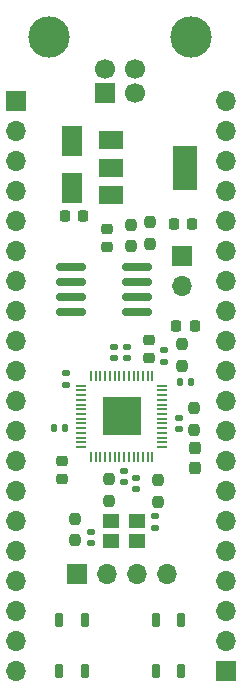
<source format=gbr>
%TF.GenerationSoftware,KiCad,Pcbnew,(6.0.11)*%
%TF.CreationDate,2024-02-24T09:55:02-06:00*%
%TF.ProjectId,PicoAlt,5069636f-416c-4742-9e6b-696361645f70,rev?*%
%TF.SameCoordinates,Original*%
%TF.FileFunction,Soldermask,Top*%
%TF.FilePolarity,Negative*%
%FSLAX46Y46*%
G04 Gerber Fmt 4.6, Leading zero omitted, Abs format (unit mm)*
G04 Created by KiCad (PCBNEW (6.0.11)) date 2024-02-24 09:55:02*
%MOMM*%
%LPD*%
G01*
G04 APERTURE LIST*
G04 Aperture macros list*
%AMRoundRect*
0 Rectangle with rounded corners*
0 $1 Rounding radius*
0 $2 $3 $4 $5 $6 $7 $8 $9 X,Y pos of 4 corners*
0 Add a 4 corners polygon primitive as box body*
4,1,4,$2,$3,$4,$5,$6,$7,$8,$9,$2,$3,0*
0 Add four circle primitives for the rounded corners*
1,1,$1+$1,$2,$3*
1,1,$1+$1,$4,$5*
1,1,$1+$1,$6,$7*
1,1,$1+$1,$8,$9*
0 Add four rect primitives between the rounded corners*
20,1,$1+$1,$2,$3,$4,$5,0*
20,1,$1+$1,$4,$5,$6,$7,0*
20,1,$1+$1,$6,$7,$8,$9,0*
20,1,$1+$1,$8,$9,$2,$3,0*%
G04 Aperture macros list end*
%ADD10RoundRect,0.150000X-1.125000X-0.150000X1.125000X-0.150000X1.125000X0.150000X-1.125000X0.150000X0*%
%ADD11R,1.400000X1.200000*%
%ADD12RoundRect,0.140000X0.140000X0.170000X-0.140000X0.170000X-0.140000X-0.170000X0.140000X-0.170000X0*%
%ADD13R,1.700000X1.700000*%
%ADD14C,1.700000*%
%ADD15C,3.500000*%
%ADD16RoundRect,0.237500X-0.237500X0.250000X-0.237500X-0.250000X0.237500X-0.250000X0.237500X0.250000X0*%
%ADD17RoundRect,0.225000X0.225000X0.250000X-0.225000X0.250000X-0.225000X-0.250000X0.225000X-0.250000X0*%
%ADD18RoundRect,0.237500X0.237500X-0.250000X0.237500X0.250000X-0.237500X0.250000X-0.237500X-0.250000X0*%
%ADD19RoundRect,0.140000X0.170000X-0.140000X0.170000X0.140000X-0.170000X0.140000X-0.170000X-0.140000X0*%
%ADD20RoundRect,0.225000X0.250000X-0.225000X0.250000X0.225000X-0.250000X0.225000X-0.250000X-0.225000X0*%
%ADD21R,2.000000X1.500000*%
%ADD22R,2.000000X3.800000*%
%ADD23O,1.700000X1.700000*%
%ADD24R,1.800000X2.500000*%
%ADD25RoundRect,0.162500X0.162500X-0.437500X0.162500X0.437500X-0.162500X0.437500X-0.162500X-0.437500X0*%
%ADD26RoundRect,0.237500X0.237500X-0.287500X0.237500X0.287500X-0.237500X0.287500X-0.237500X-0.287500X0*%
%ADD27RoundRect,0.140000X-0.140000X-0.170000X0.140000X-0.170000X0.140000X0.170000X-0.140000X0.170000X0*%
%ADD28RoundRect,0.225000X-0.225000X-0.250000X0.225000X-0.250000X0.225000X0.250000X-0.225000X0.250000X0*%
%ADD29RoundRect,0.140000X-0.170000X0.140000X-0.170000X-0.140000X0.170000X-0.140000X0.170000X0.140000X0*%
%ADD30RoundRect,0.050000X-0.387500X-0.050000X0.387500X-0.050000X0.387500X0.050000X-0.387500X0.050000X0*%
%ADD31RoundRect,0.050000X-0.050000X-0.387500X0.050000X-0.387500X0.050000X0.387500X-0.050000X0.387500X0*%
%ADD32R,3.200000X3.200000*%
%ADD33RoundRect,0.225000X-0.250000X0.225000X-0.250000X-0.225000X0.250000X-0.225000X0.250000X0.225000X0*%
G04 APERTURE END LIST*
D10*
%TO.C,U2*%
X144415000Y-92765000D03*
X144415000Y-94035000D03*
X144415000Y-95305000D03*
X144415000Y-96575000D03*
X149965000Y-96575000D03*
X149965000Y-95305000D03*
X149965000Y-94035000D03*
X149965000Y-92765000D03*
%TD*%
D11*
%TO.C,Y1*%
X147720000Y-115960000D03*
X149920000Y-115960000D03*
X149920000Y-114260000D03*
X147720000Y-114260000D03*
%TD*%
D12*
%TO.C,C13*%
X143870000Y-106430000D03*
X142910000Y-106430000D03*
%TD*%
D13*
%TO.C,J2*%
X147290000Y-78040000D03*
D14*
X149790000Y-78040000D03*
X149790000Y-76040000D03*
X147290000Y-76040000D03*
D15*
X154560000Y-73330000D03*
X142520000Y-73330000D03*
%TD*%
D16*
%TO.C,R9*%
X144730000Y-114067500D03*
X144730000Y-115892500D03*
%TD*%
D17*
%TO.C,C12*%
X154635000Y-89130000D03*
X153085000Y-89130000D03*
%TD*%
D18*
%TO.C,R1*%
X154820000Y-106532500D03*
X154820000Y-104707500D03*
%TD*%
%TO.C,R3*%
X151040000Y-90802500D03*
X151040000Y-88977500D03*
%TD*%
D19*
%TO.C,C1*%
X149080000Y-100490000D03*
X149080000Y-99530000D03*
%TD*%
D20*
%TO.C,C10*%
X150990000Y-100475000D03*
X150990000Y-98925000D03*
%TD*%
D16*
%TO.C,R6*%
X151720000Y-110817500D03*
X151720000Y-112642500D03*
%TD*%
D21*
%TO.C,U1*%
X147730000Y-82050000D03*
X147730000Y-84350000D03*
D22*
X154030000Y-84350000D03*
D21*
X147730000Y-86650000D03*
%TD*%
D13*
%TO.C,J3*%
X144850000Y-118740000D03*
D23*
X147390000Y-118740000D03*
X149930000Y-118740000D03*
X152470000Y-118740000D03*
%TD*%
D17*
%TO.C,C4*%
X145385000Y-88470000D03*
X143835000Y-88470000D03*
%TD*%
D24*
%TO.C,D2*%
X144500000Y-86070000D03*
X144500000Y-82070000D03*
%TD*%
D16*
%TO.C,R7*%
X153790000Y-99327500D03*
X153790000Y-101152500D03*
%TD*%
D18*
%TO.C,R5*%
X147590000Y-112562500D03*
X147590000Y-110737500D03*
%TD*%
D25*
%TO.C,SW1*%
X151565000Y-126970000D03*
X151565000Y-122670000D03*
X153715000Y-122670000D03*
X153715000Y-126970000D03*
%TD*%
D26*
%TO.C,D1*%
X154860000Y-109825000D03*
X154860000Y-108075000D03*
%TD*%
D27*
%TO.C,C8*%
X153570000Y-102530000D03*
X154530000Y-102530000D03*
%TD*%
D20*
%TO.C,C15*%
X147450000Y-89515000D03*
X147450000Y-91065000D03*
%TD*%
D28*
%TO.C,C18*%
X153285000Y-97790000D03*
X154835000Y-97790000D03*
%TD*%
D23*
%TO.C,JP1*%
X153740000Y-94390000D03*
D13*
X153740000Y-91850000D03*
%TD*%
%TO.C,J5*%
X157480000Y-127000000D03*
D23*
X157480000Y-124460000D03*
X157480000Y-121920000D03*
X157480000Y-119380000D03*
X157480000Y-116840000D03*
X157480000Y-114300000D03*
X157480000Y-111760000D03*
X157480000Y-109220000D03*
X157480000Y-106680000D03*
X157480000Y-104140000D03*
X157480000Y-101600000D03*
X157480000Y-99060000D03*
X157480000Y-96520000D03*
X157480000Y-93980000D03*
X157480000Y-91440000D03*
X157480000Y-88900000D03*
X157480000Y-86360000D03*
X157480000Y-83820000D03*
X157480000Y-81280000D03*
X157480000Y-78740000D03*
%TD*%
D16*
%TO.C,R4*%
X149420000Y-89197500D03*
X149420000Y-91022500D03*
%TD*%
D29*
%TO.C,C16*%
X146060000Y-115170000D03*
X146060000Y-116130000D03*
%TD*%
D30*
%TO.C,U3*%
X145232500Y-102810000D03*
X145232500Y-103210000D03*
X145232500Y-103610000D03*
X145232500Y-104010000D03*
X145232500Y-104410000D03*
X145232500Y-104810000D03*
X145232500Y-105210000D03*
X145232500Y-105610000D03*
X145232500Y-106010000D03*
X145232500Y-106410000D03*
X145232500Y-106810000D03*
X145232500Y-107210000D03*
X145232500Y-107610000D03*
X145232500Y-108010000D03*
D31*
X146070000Y-108847500D03*
X146470000Y-108847500D03*
X146870000Y-108847500D03*
X147270000Y-108847500D03*
X147670000Y-108847500D03*
X148070000Y-108847500D03*
X148470000Y-108847500D03*
X148870000Y-108847500D03*
X149270000Y-108847500D03*
X149670000Y-108847500D03*
X150070000Y-108847500D03*
X150470000Y-108847500D03*
X150870000Y-108847500D03*
X151270000Y-108847500D03*
D30*
X152107500Y-108010000D03*
X152107500Y-107610000D03*
X152107500Y-107210000D03*
X152107500Y-106810000D03*
X152107500Y-106410000D03*
X152107500Y-106010000D03*
X152107500Y-105610000D03*
X152107500Y-105210000D03*
X152107500Y-104810000D03*
X152107500Y-104410000D03*
X152107500Y-104010000D03*
X152107500Y-103610000D03*
X152107500Y-103210000D03*
X152107500Y-102810000D03*
D31*
X151270000Y-101972500D03*
X150870000Y-101972500D03*
X150470000Y-101972500D03*
X150070000Y-101972500D03*
X149670000Y-101972500D03*
X149270000Y-101972500D03*
X148870000Y-101972500D03*
X148470000Y-101972500D03*
X148070000Y-101972500D03*
X147670000Y-101972500D03*
X147270000Y-101972500D03*
X146870000Y-101972500D03*
X146470000Y-101972500D03*
X146070000Y-101972500D03*
D32*
X148670000Y-105410000D03*
%TD*%
D19*
%TO.C,C2*%
X143960000Y-102720000D03*
X143960000Y-101760000D03*
%TD*%
D25*
%TO.C,SW2*%
X143375000Y-126960000D03*
X143375000Y-122660000D03*
X145525000Y-122660000D03*
X145525000Y-126960000D03*
%TD*%
D19*
%TO.C,C3*%
X148050000Y-100470000D03*
X148050000Y-99510000D03*
%TD*%
D29*
%TO.C,C9*%
X148850000Y-110040000D03*
X148850000Y-111000000D03*
%TD*%
D33*
%TO.C,C5*%
X143600000Y-109155000D03*
X143600000Y-110705000D03*
%TD*%
D19*
%TO.C,C11*%
X153500000Y-106510000D03*
X153500000Y-105550000D03*
%TD*%
%TO.C,C17*%
X151500000Y-114840000D03*
X151500000Y-113880000D03*
%TD*%
D29*
%TO.C,C7*%
X149900000Y-110620000D03*
X149900000Y-111580000D03*
%TD*%
D13*
%TO.C,J4*%
X139700000Y-78740000D03*
D23*
X139700000Y-81280000D03*
X139700000Y-83820000D03*
X139700000Y-86360000D03*
X139700000Y-88900000D03*
X139700000Y-91440000D03*
X139700000Y-93980000D03*
X139700000Y-96520000D03*
X139700000Y-99060000D03*
X139700000Y-101600000D03*
X139700000Y-104140000D03*
X139700000Y-106680000D03*
X139700000Y-109220000D03*
X139700000Y-111760000D03*
X139700000Y-114300000D03*
X139700000Y-116840000D03*
X139700000Y-119380000D03*
X139700000Y-121920000D03*
X139700000Y-124460000D03*
X139700000Y-127000000D03*
%TD*%
D19*
%TO.C,C6*%
X152270000Y-100780000D03*
X152270000Y-99820000D03*
%TD*%
M02*

</source>
